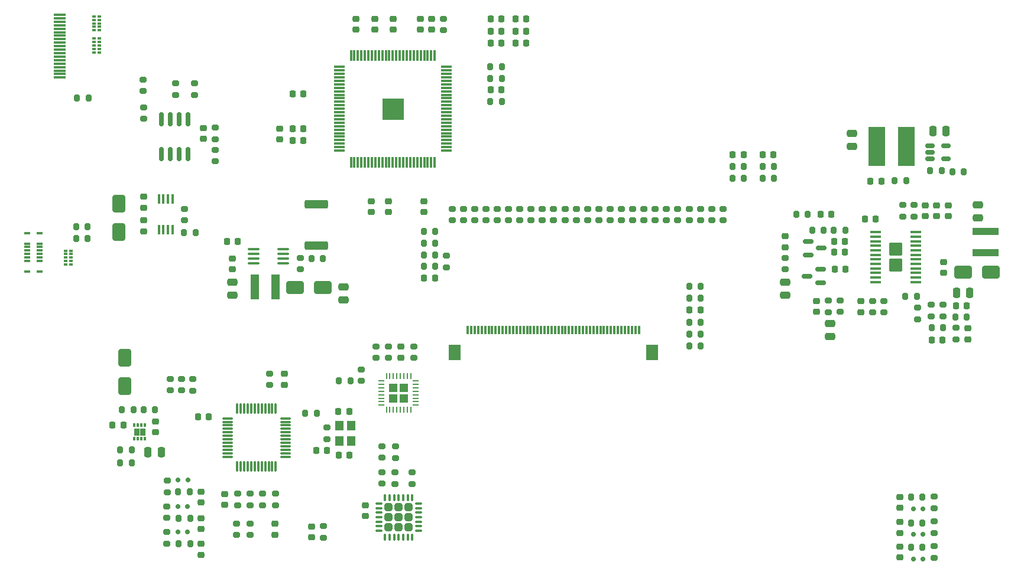
<source format=gbp>
G04 #@! TF.GenerationSoftware,KiCad,Pcbnew,9.0.0*
G04 #@! TF.CreationDate,2025-03-19T22:07:30+07:00*
G04 #@! TF.ProjectId,USB_Screen_V0,5553425f-5363-4726-9565-6e5f56302e6b,rev?*
G04 #@! TF.SameCoordinates,PX3f8d880PY80f7230*
G04 #@! TF.FileFunction,Paste,Bot*
G04 #@! TF.FilePolarity,Positive*
%FSLAX46Y46*%
G04 Gerber Fmt 4.6, Leading zero omitted, Abs format (unit mm)*
G04 Created by KiCad (PCBNEW 9.0.0) date 2025-03-19 22:07:30*
%MOMM*%
%LPD*%
G01*
G04 APERTURE LIST*
G04 Aperture macros list*
%AMRoundRect*
0 Rectangle with rounded corners*
0 $1 Rounding radius*
0 $2 $3 $4 $5 $6 $7 $8 $9 X,Y pos of 4 corners*
0 Add a 4 corners polygon primitive as box body*
4,1,4,$2,$3,$4,$5,$6,$7,$8,$9,$2,$3,0*
0 Add four circle primitives for the rounded corners*
1,1,$1+$1,$2,$3*
1,1,$1+$1,$4,$5*
1,1,$1+$1,$6,$7*
1,1,$1+$1,$8,$9*
0 Add four rect primitives between the rounded corners*
20,1,$1+$1,$2,$3,$4,$5,0*
20,1,$1+$1,$4,$5,$6,$7,0*
20,1,$1+$1,$6,$7,$8,$9,0*
20,1,$1+$1,$8,$9,$2,$3,0*%
G04 Aperture macros list end*
%ADD10C,0.010000*%
%ADD11RoundRect,0.200000X-0.275000X0.200000X-0.275000X-0.200000X0.275000X-0.200000X0.275000X0.200000X0*%
%ADD12RoundRect,0.218750X0.218750X0.256250X-0.218750X0.256250X-0.218750X-0.256250X0.218750X-0.256250X0*%
%ADD13RoundRect,0.225000X-0.225000X-0.250000X0.225000X-0.250000X0.225000X0.250000X-0.225000X0.250000X0*%
%ADD14RoundRect,0.200000X-0.200000X-0.275000X0.200000X-0.275000X0.200000X0.275000X-0.200000X0.275000X0*%
%ADD15RoundRect,0.225000X0.250000X-0.225000X0.250000X0.225000X-0.250000X0.225000X-0.250000X-0.225000X0*%
%ADD16RoundRect,0.225000X0.225000X0.250000X-0.225000X0.250000X-0.225000X-0.250000X0.225000X-0.250000X0*%
%ADD17R,1.800000X0.298000*%
%ADD18RoundRect,0.200000X0.275000X-0.200000X0.275000X0.200000X-0.275000X0.200000X-0.275000X-0.200000X0*%
%ADD19RoundRect,0.225000X-0.250000X0.225000X-0.250000X-0.225000X0.250000X-0.225000X0.250000X0.225000X0*%
%ADD20RoundRect,0.075000X-0.200000X0.075000X-0.200000X-0.075000X0.200000X-0.075000X0.200000X0.075000X0*%
%ADD21RoundRect,0.200000X0.200000X0.275000X-0.200000X0.275000X-0.200000X-0.275000X0.200000X-0.275000X0*%
%ADD22RoundRect,0.250000X-0.475000X0.250000X-0.475000X-0.250000X0.475000X-0.250000X0.475000X0.250000X0*%
%ADD23RoundRect,0.250000X1.000000X0.650000X-1.000000X0.650000X-1.000000X-0.650000X1.000000X-0.650000X0*%
%ADD24RoundRect,0.150000X-0.150000X-0.200000X0.150000X-0.200000X0.150000X0.200000X-0.150000X0.200000X0*%
%ADD25R,0.450000X1.450000*%
%ADD26RoundRect,0.250000X0.715000X0.695000X-0.715000X0.695000X-0.715000X-0.695000X0.715000X-0.695000X0*%
%ADD27RoundRect,0.100000X0.687500X0.100000X-0.687500X0.100000X-0.687500X-0.100000X0.687500X-0.100000X0*%
%ADD28RoundRect,0.250000X0.650000X-1.000000X0.650000X1.000000X-0.650000X1.000000X-0.650000X-1.000000X0*%
%ADD29R,0.870000X0.300000*%
%ADD30RoundRect,0.250000X-0.650000X1.000000X-0.650000X-1.000000X0.650000X-1.000000X0.650000X1.000000X0*%
%ADD31RoundRect,0.218750X-0.218750X-0.256250X0.218750X-0.256250X0.218750X0.256250X-0.218750X0.256250X0*%
%ADD32RoundRect,0.250000X0.475000X-0.250000X0.475000X0.250000X-0.475000X0.250000X-0.475000X-0.250000X0*%
%ADD33RoundRect,0.250000X-1.425000X0.362500X-1.425000X-0.362500X1.425000X-0.362500X1.425000X0.362500X0*%
%ADD34RoundRect,0.100000X-0.712500X-0.100000X0.712500X-0.100000X0.712500X0.100000X-0.712500X0.100000X0*%
%ADD35R,0.300000X1.300000*%
%ADD36R,1.800000X2.200000*%
%ADD37R,2.400000X5.700000*%
%ADD38RoundRect,0.150000X0.150000X0.200000X-0.150000X0.200000X-0.150000X-0.200000X0.150000X-0.200000X0*%
%ADD39RoundRect,0.150000X-0.512500X-0.150000X0.512500X-0.150000X0.512500X0.150000X-0.512500X0.150000X0*%
%ADD40RoundRect,0.250000X-1.000000X-0.650000X1.000000X-0.650000X1.000000X0.650000X-1.000000X0.650000X0*%
%ADD41R,3.700000X1.100000*%
%ADD42R,1.200000X1.400000*%
%ADD43RoundRect,0.250000X-0.320000X-0.320000X0.320000X-0.320000X0.320000X0.320000X-0.320000X0.320000X0*%
%ADD44RoundRect,0.075000X-0.437500X-0.075000X0.437500X-0.075000X0.437500X0.075000X-0.437500X0.075000X0*%
%ADD45RoundRect,0.075000X-0.075000X-0.437500X0.075000X-0.437500X0.075000X0.437500X-0.075000X0.437500X0*%
%ADD46RoundRect,0.218750X0.256250X-0.218750X0.256250X0.218750X-0.256250X0.218750X-0.256250X-0.218750X0*%
%ADD47RoundRect,0.031250X-0.093750X0.218750X-0.093750X-0.218750X0.093750X-0.218750X0.093750X0.218750X0*%
%ADD48RoundRect,0.150000X0.587500X0.150000X-0.587500X0.150000X-0.587500X-0.150000X0.587500X-0.150000X0*%
%ADD49RoundRect,0.250000X-0.250000X-0.475000X0.250000X-0.475000X0.250000X0.475000X-0.250000X0.475000X0*%
%ADD50RoundRect,0.150000X0.150000X-0.825000X0.150000X0.825000X-0.150000X0.825000X-0.150000X-0.825000X0*%
%ADD51RoundRect,0.150000X-0.587500X-0.150000X0.587500X-0.150000X0.587500X0.150000X-0.587500X0.150000X0*%
%ADD52RoundRect,0.250000X0.375000X0.375000X-0.375000X0.375000X-0.375000X-0.375000X0.375000X-0.375000X0*%
%ADD53RoundRect,0.062500X0.375000X0.062500X-0.375000X0.062500X-0.375000X-0.062500X0.375000X-0.062500X0*%
%ADD54RoundRect,0.062500X0.062500X0.375000X-0.062500X0.375000X-0.062500X-0.375000X0.062500X-0.375000X0*%
%ADD55R,1.150000X3.600000*%
%ADD56RoundRect,0.075000X0.662500X0.075000X-0.662500X0.075000X-0.662500X-0.075000X0.662500X-0.075000X0*%
%ADD57RoundRect,0.075000X0.075000X0.662500X-0.075000X0.662500X-0.075000X-0.662500X0.075000X-0.662500X0*%
%ADD58RoundRect,0.250000X0.250000X0.475000X-0.250000X0.475000X-0.250000X-0.475000X0.250000X-0.475000X0*%
%ADD59R,1.600000X0.300000*%
%ADD60R,0.300000X1.600000*%
G04 APERTURE END LIST*
D10*
X19708000Y41309000D02*
X19710000Y41309000D01*
X19713000Y41308000D01*
X19715000Y41308000D01*
X19718000Y41307000D01*
X19720000Y41306000D01*
X19723000Y41305000D01*
X19725000Y41303000D01*
X19727000Y41302000D01*
X19729000Y41300000D01*
X19731000Y41299000D01*
X19733000Y41297000D01*
X19735000Y41295000D01*
X19737000Y41293000D01*
X19739000Y41291000D01*
X19740000Y41289000D01*
X19742000Y41287000D01*
X19743000Y41285000D01*
X19745000Y41283000D01*
X19746000Y41280000D01*
X19747000Y41278000D01*
X19748000Y41275000D01*
X19748000Y41273000D01*
X19749000Y41270000D01*
X19749000Y41268000D01*
X19750000Y41265000D01*
X19750000Y41263000D01*
X19750000Y41260000D01*
X19750000Y40460000D01*
X19750000Y40457000D01*
X19750000Y40455000D01*
X19749000Y40452000D01*
X19749000Y40450000D01*
X19748000Y40447000D01*
X19748000Y40445000D01*
X19747000Y40442000D01*
X19746000Y40440000D01*
X19745000Y40437000D01*
X19743000Y40435000D01*
X19742000Y40433000D01*
X19740000Y40431000D01*
X19739000Y40429000D01*
X19737000Y40427000D01*
X19735000Y40425000D01*
X19733000Y40423000D01*
X19731000Y40421000D01*
X19729000Y40420000D01*
X19727000Y40418000D01*
X19725000Y40417000D01*
X19723000Y40415000D01*
X19720000Y40414000D01*
X19718000Y40413000D01*
X19715000Y40412000D01*
X19713000Y40412000D01*
X19710000Y40411000D01*
X19708000Y40411000D01*
X19705000Y40410000D01*
X19703000Y40410000D01*
X19700000Y40410000D01*
X19100000Y40410000D01*
X19097000Y40410000D01*
X19095000Y40410000D01*
X19092000Y40411000D01*
X19090000Y40411000D01*
X19087000Y40412000D01*
X19085000Y40412000D01*
X19082000Y40413000D01*
X19080000Y40414000D01*
X19077000Y40415000D01*
X19075000Y40417000D01*
X19073000Y40418000D01*
X19071000Y40420000D01*
X19069000Y40421000D01*
X19067000Y40423000D01*
X19065000Y40425000D01*
X19063000Y40427000D01*
X19061000Y40429000D01*
X19060000Y40431000D01*
X19058000Y40433000D01*
X19057000Y40435000D01*
X19055000Y40437000D01*
X19054000Y40440000D01*
X19053000Y40442000D01*
X19052000Y40445000D01*
X19052000Y40447000D01*
X19051000Y40450000D01*
X19051000Y40452000D01*
X19050000Y40455000D01*
X19050000Y40457000D01*
X19050000Y40460000D01*
X19050000Y41260000D01*
X19050000Y41263000D01*
X19050000Y41265000D01*
X19051000Y41268000D01*
X19051000Y41270000D01*
X19052000Y41273000D01*
X19052000Y41275000D01*
X19053000Y41278000D01*
X19054000Y41280000D01*
X19055000Y41283000D01*
X19057000Y41285000D01*
X19058000Y41287000D01*
X19060000Y41289000D01*
X19061000Y41291000D01*
X19063000Y41293000D01*
X19065000Y41295000D01*
X19067000Y41297000D01*
X19069000Y41299000D01*
X19071000Y41300000D01*
X19073000Y41302000D01*
X19075000Y41303000D01*
X19077000Y41305000D01*
X19080000Y41306000D01*
X19082000Y41307000D01*
X19085000Y41308000D01*
X19087000Y41308000D01*
X19090000Y41309000D01*
X19092000Y41309000D01*
X19095000Y41310000D01*
X19097000Y41310000D01*
X19100000Y41310000D01*
X19700000Y41310000D01*
X19703000Y41310000D01*
X19705000Y41310000D01*
X19708000Y41309000D01*
G36*
X19708000Y41309000D02*
G01*
X19710000Y41309000D01*
X19713000Y41308000D01*
X19715000Y41308000D01*
X19718000Y41307000D01*
X19720000Y41306000D01*
X19723000Y41305000D01*
X19725000Y41303000D01*
X19727000Y41302000D01*
X19729000Y41300000D01*
X19731000Y41299000D01*
X19733000Y41297000D01*
X19735000Y41295000D01*
X19737000Y41293000D01*
X19739000Y41291000D01*
X19740000Y41289000D01*
X19742000Y41287000D01*
X19743000Y41285000D01*
X19745000Y41283000D01*
X19746000Y41280000D01*
X19747000Y41278000D01*
X19748000Y41275000D01*
X19748000Y41273000D01*
X19749000Y41270000D01*
X19749000Y41268000D01*
X19750000Y41265000D01*
X19750000Y41263000D01*
X19750000Y41260000D01*
X19750000Y40460000D01*
X19750000Y40457000D01*
X19750000Y40455000D01*
X19749000Y40452000D01*
X19749000Y40450000D01*
X19748000Y40447000D01*
X19748000Y40445000D01*
X19747000Y40442000D01*
X19746000Y40440000D01*
X19745000Y40437000D01*
X19743000Y40435000D01*
X19742000Y40433000D01*
X19740000Y40431000D01*
X19739000Y40429000D01*
X19737000Y40427000D01*
X19735000Y40425000D01*
X19733000Y40423000D01*
X19731000Y40421000D01*
X19729000Y40420000D01*
X19727000Y40418000D01*
X19725000Y40417000D01*
X19723000Y40415000D01*
X19720000Y40414000D01*
X19718000Y40413000D01*
X19715000Y40412000D01*
X19713000Y40412000D01*
X19710000Y40411000D01*
X19708000Y40411000D01*
X19705000Y40410000D01*
X19703000Y40410000D01*
X19700000Y40410000D01*
X19100000Y40410000D01*
X19097000Y40410000D01*
X19095000Y40410000D01*
X19092000Y40411000D01*
X19090000Y40411000D01*
X19087000Y40412000D01*
X19085000Y40412000D01*
X19082000Y40413000D01*
X19080000Y40414000D01*
X19077000Y40415000D01*
X19075000Y40417000D01*
X19073000Y40418000D01*
X19071000Y40420000D01*
X19069000Y40421000D01*
X19067000Y40423000D01*
X19065000Y40425000D01*
X19063000Y40427000D01*
X19061000Y40429000D01*
X19060000Y40431000D01*
X19058000Y40433000D01*
X19057000Y40435000D01*
X19055000Y40437000D01*
X19054000Y40440000D01*
X19053000Y40442000D01*
X19052000Y40445000D01*
X19052000Y40447000D01*
X19051000Y40450000D01*
X19051000Y40452000D01*
X19050000Y40455000D01*
X19050000Y40457000D01*
X19050000Y40460000D01*
X19050000Y41260000D01*
X19050000Y41263000D01*
X19050000Y41265000D01*
X19051000Y41268000D01*
X19051000Y41270000D01*
X19052000Y41273000D01*
X19052000Y41275000D01*
X19053000Y41278000D01*
X19054000Y41280000D01*
X19055000Y41283000D01*
X19057000Y41285000D01*
X19058000Y41287000D01*
X19060000Y41289000D01*
X19061000Y41291000D01*
X19063000Y41293000D01*
X19065000Y41295000D01*
X19067000Y41297000D01*
X19069000Y41299000D01*
X19071000Y41300000D01*
X19073000Y41302000D01*
X19075000Y41303000D01*
X19077000Y41305000D01*
X19080000Y41306000D01*
X19082000Y41307000D01*
X19085000Y41308000D01*
X19087000Y41308000D01*
X19090000Y41309000D01*
X19092000Y41309000D01*
X19095000Y41310000D01*
X19097000Y41310000D01*
X19100000Y41310000D01*
X19700000Y41310000D01*
X19703000Y41310000D01*
X19705000Y41310000D01*
X19708000Y41309000D01*
G37*
X20608000Y41309000D02*
X20610000Y41309000D01*
X20613000Y41308000D01*
X20615000Y41308000D01*
X20618000Y41307000D01*
X20620000Y41306000D01*
X20623000Y41305000D01*
X20625000Y41303000D01*
X20627000Y41302000D01*
X20629000Y41300000D01*
X20631000Y41299000D01*
X20633000Y41297000D01*
X20635000Y41295000D01*
X20637000Y41293000D01*
X20639000Y41291000D01*
X20640000Y41289000D01*
X20642000Y41287000D01*
X20643000Y41285000D01*
X20645000Y41283000D01*
X20646000Y41280000D01*
X20647000Y41278000D01*
X20648000Y41275000D01*
X20648000Y41273000D01*
X20649000Y41270000D01*
X20649000Y41268000D01*
X20650000Y41265000D01*
X20650000Y41263000D01*
X20650000Y41260000D01*
X20650000Y40460000D01*
X20650000Y40457000D01*
X20650000Y40455000D01*
X20649000Y40452000D01*
X20649000Y40450000D01*
X20648000Y40447000D01*
X20648000Y40445000D01*
X20647000Y40442000D01*
X20646000Y40440000D01*
X20645000Y40437000D01*
X20643000Y40435000D01*
X20642000Y40433000D01*
X20640000Y40431000D01*
X20639000Y40429000D01*
X20637000Y40427000D01*
X20635000Y40425000D01*
X20633000Y40423000D01*
X20631000Y40421000D01*
X20629000Y40420000D01*
X20627000Y40418000D01*
X20625000Y40417000D01*
X20623000Y40415000D01*
X20620000Y40414000D01*
X20618000Y40413000D01*
X20615000Y40412000D01*
X20613000Y40412000D01*
X20610000Y40411000D01*
X20608000Y40411000D01*
X20605000Y40410000D01*
X20603000Y40410000D01*
X20600000Y40410000D01*
X20000000Y40410000D01*
X19997000Y40410000D01*
X19995000Y40410000D01*
X19992000Y40411000D01*
X19990000Y40411000D01*
X19987000Y40412000D01*
X19985000Y40412000D01*
X19982000Y40413000D01*
X19980000Y40414000D01*
X19977000Y40415000D01*
X19975000Y40417000D01*
X19973000Y40418000D01*
X19971000Y40420000D01*
X19969000Y40421000D01*
X19967000Y40423000D01*
X19965000Y40425000D01*
X19963000Y40427000D01*
X19961000Y40429000D01*
X19960000Y40431000D01*
X19958000Y40433000D01*
X19957000Y40435000D01*
X19955000Y40437000D01*
X19954000Y40440000D01*
X19953000Y40442000D01*
X19952000Y40445000D01*
X19952000Y40447000D01*
X19951000Y40450000D01*
X19951000Y40452000D01*
X19950000Y40455000D01*
X19950000Y40457000D01*
X19950000Y40460000D01*
X19950000Y41260000D01*
X19950000Y41263000D01*
X19950000Y41265000D01*
X19951000Y41268000D01*
X19951000Y41270000D01*
X19952000Y41273000D01*
X19952000Y41275000D01*
X19953000Y41278000D01*
X19954000Y41280000D01*
X19955000Y41283000D01*
X19957000Y41285000D01*
X19958000Y41287000D01*
X19960000Y41289000D01*
X19961000Y41291000D01*
X19963000Y41293000D01*
X19965000Y41295000D01*
X19967000Y41297000D01*
X19969000Y41299000D01*
X19971000Y41300000D01*
X19973000Y41302000D01*
X19975000Y41303000D01*
X19977000Y41305000D01*
X19980000Y41306000D01*
X19982000Y41307000D01*
X19985000Y41308000D01*
X19987000Y41308000D01*
X19990000Y41309000D01*
X19992000Y41309000D01*
X19995000Y41310000D01*
X19997000Y41310000D01*
X20000000Y41310000D01*
X20600000Y41310000D01*
X20603000Y41310000D01*
X20605000Y41310000D01*
X20608000Y41309000D01*
G36*
X20608000Y41309000D02*
G01*
X20610000Y41309000D01*
X20613000Y41308000D01*
X20615000Y41308000D01*
X20618000Y41307000D01*
X20620000Y41306000D01*
X20623000Y41305000D01*
X20625000Y41303000D01*
X20627000Y41302000D01*
X20629000Y41300000D01*
X20631000Y41299000D01*
X20633000Y41297000D01*
X20635000Y41295000D01*
X20637000Y41293000D01*
X20639000Y41291000D01*
X20640000Y41289000D01*
X20642000Y41287000D01*
X20643000Y41285000D01*
X20645000Y41283000D01*
X20646000Y41280000D01*
X20647000Y41278000D01*
X20648000Y41275000D01*
X20648000Y41273000D01*
X20649000Y41270000D01*
X20649000Y41268000D01*
X20650000Y41265000D01*
X20650000Y41263000D01*
X20650000Y41260000D01*
X20650000Y40460000D01*
X20650000Y40457000D01*
X20650000Y40455000D01*
X20649000Y40452000D01*
X20649000Y40450000D01*
X20648000Y40447000D01*
X20648000Y40445000D01*
X20647000Y40442000D01*
X20646000Y40440000D01*
X20645000Y40437000D01*
X20643000Y40435000D01*
X20642000Y40433000D01*
X20640000Y40431000D01*
X20639000Y40429000D01*
X20637000Y40427000D01*
X20635000Y40425000D01*
X20633000Y40423000D01*
X20631000Y40421000D01*
X20629000Y40420000D01*
X20627000Y40418000D01*
X20625000Y40417000D01*
X20623000Y40415000D01*
X20620000Y40414000D01*
X20618000Y40413000D01*
X20615000Y40412000D01*
X20613000Y40412000D01*
X20610000Y40411000D01*
X20608000Y40411000D01*
X20605000Y40410000D01*
X20603000Y40410000D01*
X20600000Y40410000D01*
X20000000Y40410000D01*
X19997000Y40410000D01*
X19995000Y40410000D01*
X19992000Y40411000D01*
X19990000Y40411000D01*
X19987000Y40412000D01*
X19985000Y40412000D01*
X19982000Y40413000D01*
X19980000Y40414000D01*
X19977000Y40415000D01*
X19975000Y40417000D01*
X19973000Y40418000D01*
X19971000Y40420000D01*
X19969000Y40421000D01*
X19967000Y40423000D01*
X19965000Y40425000D01*
X19963000Y40427000D01*
X19961000Y40429000D01*
X19960000Y40431000D01*
X19958000Y40433000D01*
X19957000Y40435000D01*
X19955000Y40437000D01*
X19954000Y40440000D01*
X19953000Y40442000D01*
X19952000Y40445000D01*
X19952000Y40447000D01*
X19951000Y40450000D01*
X19951000Y40452000D01*
X19950000Y40455000D01*
X19950000Y40457000D01*
X19950000Y40460000D01*
X19950000Y41260000D01*
X19950000Y41263000D01*
X19950000Y41265000D01*
X19951000Y41268000D01*
X19951000Y41270000D01*
X19952000Y41273000D01*
X19952000Y41275000D01*
X19953000Y41278000D01*
X19954000Y41280000D01*
X19955000Y41283000D01*
X19957000Y41285000D01*
X19958000Y41287000D01*
X19960000Y41289000D01*
X19961000Y41291000D01*
X19963000Y41293000D01*
X19965000Y41295000D01*
X19967000Y41297000D01*
X19969000Y41299000D01*
X19971000Y41300000D01*
X19973000Y41302000D01*
X19975000Y41303000D01*
X19977000Y41305000D01*
X19980000Y41306000D01*
X19982000Y41307000D01*
X19985000Y41308000D01*
X19987000Y41308000D01*
X19990000Y41309000D01*
X19992000Y41309000D01*
X19995000Y41310000D01*
X19997000Y41310000D01*
X20000000Y41310000D01*
X20600000Y41310000D01*
X20603000Y41310000D01*
X20605000Y41310000D01*
X20608000Y41309000D01*
G37*
X57611670Y85718330D02*
X54630000Y85718330D01*
X54630000Y88700000D01*
X57611670Y88700000D01*
X57611670Y85718330D01*
G36*
X57611670Y85718330D02*
G01*
X54630000Y85718330D01*
X54630000Y88700000D01*
X57611670Y88700000D01*
X57611670Y85718330D01*
G37*
D11*
X96933320Y72835000D03*
X96933320Y71185000D03*
D12*
X71687500Y100060000D03*
X70112500Y100060000D03*
D13*
X45125000Y38210000D03*
X46675000Y38210000D03*
D14*
X70075000Y91560000D03*
X71725000Y91560000D03*
D15*
X128720000Y22880000D03*
X128720000Y24430000D03*
D14*
X113912500Y72072500D03*
X115562500Y72072500D03*
D16*
X49875000Y43760000D03*
X48325000Y43760000D03*
D14*
X26225000Y69460000D03*
X27875000Y69460000D03*
D11*
X74299996Y72835000D03*
X74299996Y71185000D03*
X120150000Y59735000D03*
X120150000Y58085000D03*
X133660000Y31590000D03*
X133660000Y29940000D03*
D14*
X130315000Y31555000D03*
X131965000Y31555000D03*
D17*
X8437500Y100687500D03*
X8437500Y100187500D03*
X8437500Y99687500D03*
X8437500Y99187500D03*
X8437500Y98687500D03*
X8437500Y98187500D03*
X8437500Y97687500D03*
X8437500Y97187500D03*
X8437500Y96687500D03*
X8437500Y96187500D03*
X8437500Y95687500D03*
X8437500Y95187500D03*
X8437500Y94687500D03*
X8437500Y94187500D03*
X8437500Y93687500D03*
X8437500Y93187500D03*
X8437500Y92687500D03*
X8437500Y92187500D03*
X8437500Y91687500D03*
D18*
X35650000Y26085000D03*
X35650000Y27735000D03*
D19*
X28670000Y28470000D03*
X28670000Y26920000D03*
D15*
X135650000Y71810000D03*
X135650000Y73360000D03*
D11*
X66216666Y72835000D03*
X66216666Y71185000D03*
D20*
X14100000Y100460000D03*
X14100000Y99960000D03*
X14100000Y99460000D03*
X14100000Y98960000D03*
X14100000Y98460000D03*
X13330000Y98460000D03*
X13330000Y98960000D03*
X13330000Y99460000D03*
X13330000Y99960000D03*
X13330000Y100460000D03*
D21*
X62200000Y64585000D03*
X60550000Y64585000D03*
D14*
X10775000Y68560000D03*
X12425000Y68560000D03*
D22*
X118700000Y56410000D03*
X118700000Y54510000D03*
X49100000Y61660000D03*
X49100000Y59760000D03*
D23*
X46100000Y61560000D03*
X42100000Y61560000D03*
D15*
X39950000Y82785000D03*
X39950000Y84335000D03*
D11*
X82383326Y72835000D03*
X82383326Y71185000D03*
D18*
X58850000Y33385000D03*
X58850000Y35035000D03*
D14*
X48400000Y48210000D03*
X50050000Y48210000D03*
D11*
X71066664Y72835000D03*
X71066664Y71185000D03*
D19*
X60600000Y73935000D03*
X60600000Y72385000D03*
D11*
X46660000Y41475000D03*
X46660000Y39825000D03*
D15*
X128720000Y26380000D03*
X128720000Y27930000D03*
X138450000Y54160000D03*
X138450000Y55710000D03*
D11*
X69449998Y72835000D03*
X69449998Y71185000D03*
X80766660Y72835000D03*
X80766660Y71185000D03*
X87233324Y72835000D03*
X87233324Y71185000D03*
D14*
X130315000Y27805000D03*
X131965000Y27805000D03*
D11*
X118450000Y59710000D03*
X118450000Y58060000D03*
D24*
X26720000Y26495000D03*
X25320000Y26495000D03*
D11*
X53700000Y53135000D03*
X53700000Y51485000D03*
D14*
X98575000Y54895000D03*
X100225000Y54895000D03*
X20425000Y44075000D03*
X22075000Y44075000D03*
D21*
X100225000Y60025000D03*
X98575000Y60025000D03*
D25*
X22625000Y74310000D03*
X23275000Y74310000D03*
X23925000Y74310000D03*
X24575000Y74310000D03*
X24575000Y69910000D03*
X23925000Y69910000D03*
X23275000Y69910000D03*
X22625000Y69910000D03*
D18*
X124800000Y57985000D03*
X124800000Y59635000D03*
X112312500Y64197500D03*
X112312500Y65847500D03*
D26*
X128137500Y64765000D03*
X128137500Y67105000D03*
D27*
X131000000Y69510000D03*
X131000000Y68860000D03*
X131000000Y68210000D03*
X131000000Y67560000D03*
X131000000Y66910000D03*
X131000000Y66260000D03*
X131000000Y65610000D03*
X131000000Y64960000D03*
X131000000Y64310000D03*
X131000000Y63660000D03*
X131000000Y63010000D03*
X131000000Y62360000D03*
X125275000Y62360000D03*
X125275000Y63010000D03*
X125275000Y63660000D03*
X125275000Y64310000D03*
X125275000Y64960000D03*
X125275000Y65610000D03*
X125275000Y66260000D03*
X125275000Y66910000D03*
X125275000Y67560000D03*
X125275000Y68210000D03*
X125275000Y68860000D03*
X125275000Y69510000D03*
D11*
X54600000Y35085000D03*
X54600000Y33435000D03*
D16*
X125275000Y71410000D03*
X123725000Y71410000D03*
D21*
X27020000Y32245000D03*
X25370000Y32245000D03*
D28*
X16850000Y69560000D03*
X16850000Y73560000D03*
D29*
X3795000Y69380000D03*
X3795000Y67880000D03*
X3795000Y67380000D03*
X3795000Y66880000D03*
X3795000Y66380000D03*
X3795000Y65880000D03*
X3795000Y65380000D03*
X3795000Y63880000D03*
X5525000Y63880000D03*
X5525000Y65380000D03*
X5525000Y65880000D03*
X5525000Y66380000D03*
X5525000Y66880000D03*
X5525000Y67380000D03*
X5525000Y67880000D03*
X5525000Y69380000D03*
D14*
X70075000Y88260000D03*
X71725000Y88260000D03*
D30*
X17700000Y51460000D03*
X17700000Y47460000D03*
D21*
X106400000Y77260000D03*
X104750000Y77260000D03*
D31*
X124512500Y76855000D03*
X126087500Y76855000D03*
D11*
X25000000Y90835000D03*
X25000000Y89185000D03*
D32*
X121900000Y81805000D03*
X121900000Y83705000D03*
D19*
X44500000Y27285000D03*
X44500000Y25735000D03*
D11*
X54600000Y38835000D03*
X54600000Y37185000D03*
X59100000Y53135000D03*
X59100000Y51485000D03*
D14*
X98575000Y61735000D03*
X100225000Y61735000D03*
D33*
X45150000Y73535000D03*
X45150000Y67610000D03*
D16*
X17525000Y41875000D03*
X15975000Y41875000D03*
D19*
X33100000Y65710000D03*
X33100000Y64160000D03*
X20400000Y74585000D03*
X20400000Y73035000D03*
D11*
X27700000Y90835000D03*
X27700000Y89185000D03*
D34*
X36187500Y65085000D03*
X36187500Y65735000D03*
X36187500Y66385000D03*
X36187500Y67035000D03*
X40412500Y67035000D03*
X40412500Y66385000D03*
X40412500Y65735000D03*
X40412500Y65085000D03*
D18*
X130800000Y71760000D03*
X130800000Y73410000D03*
D35*
X66850000Y55510000D03*
X67350000Y55510000D03*
X67850000Y55510000D03*
X68350000Y55510000D03*
X68850000Y55510000D03*
X69350000Y55510000D03*
X69850000Y55510000D03*
X70350000Y55510000D03*
X70850000Y55510000D03*
X71350000Y55510000D03*
X71850000Y55510000D03*
X72350000Y55510000D03*
X72850000Y55510000D03*
X73350000Y55510000D03*
X73850000Y55510000D03*
X74350000Y55510000D03*
X74850000Y55510000D03*
X75350000Y55510000D03*
X75850000Y55510000D03*
X76350000Y55510000D03*
X76850000Y55510000D03*
X77350000Y55510000D03*
X77850000Y55510000D03*
X78350000Y55510000D03*
X78850000Y55510000D03*
X79350000Y55510000D03*
X79850000Y55510000D03*
X80350000Y55510000D03*
X80850000Y55510000D03*
X81350000Y55510000D03*
X81850000Y55510000D03*
X82350000Y55510000D03*
X82850000Y55510000D03*
X83350000Y55510000D03*
X83850000Y55510000D03*
X84350000Y55510000D03*
X84850000Y55510000D03*
X85350000Y55510000D03*
X85850000Y55510000D03*
X86350000Y55510000D03*
X86850000Y55510000D03*
X87350000Y55510000D03*
X87850000Y55510000D03*
X88350000Y55510000D03*
X88850000Y55510000D03*
X89350000Y55510000D03*
X89850000Y55510000D03*
X90350000Y55510000D03*
X90850000Y55510000D03*
X91350000Y55510000D03*
D36*
X93250000Y52260000D03*
X64950000Y52260000D03*
D11*
X93699988Y72835000D03*
X93699988Y71185000D03*
D15*
X61700000Y98535000D03*
X61700000Y100085000D03*
D18*
X27500000Y46785000D03*
X27500000Y48435000D03*
D11*
X67833332Y72835000D03*
X67833332Y71185000D03*
D37*
X129650000Y81805000D03*
X125450000Y81805000D03*
D15*
X60050000Y98535000D03*
X60050000Y100085000D03*
D16*
X43325000Y84360000D03*
X41775000Y84360000D03*
D14*
X17325000Y44075000D03*
X18975000Y44075000D03*
D15*
X116800000Y58085000D03*
X116800000Y59635000D03*
D14*
X116175000Y69760000D03*
X117825000Y69760000D03*
D18*
X23750000Y28540000D03*
X23750000Y30190000D03*
D11*
X98549986Y72835000D03*
X98549986Y71185000D03*
D16*
X120925000Y64210000D03*
X119375000Y64210000D03*
D32*
X33125000Y60460000D03*
X33125000Y62360000D03*
D14*
X109050000Y77260000D03*
X110700000Y77260000D03*
D12*
X71687500Y98335000D03*
X70112500Y98335000D03*
D19*
X29000000Y84435000D03*
X29000000Y82885000D03*
D13*
X119325000Y68210000D03*
X120875000Y68210000D03*
D16*
X49925000Y37560000D03*
X48375000Y37560000D03*
D19*
X32050000Y31935000D03*
X32050000Y30385000D03*
D13*
X70125000Y89910000D03*
X71675000Y89910000D03*
D38*
X130670000Y29855000D03*
X132070000Y29855000D03*
D11*
X133250000Y59085000D03*
X133250000Y57435000D03*
D39*
X133062500Y80005000D03*
X133062500Y80955000D03*
X133062500Y81905000D03*
X135337500Y81905000D03*
X135337500Y80005000D03*
D21*
X110700000Y78960000D03*
X109050000Y78960000D03*
D14*
X119275000Y69760000D03*
X120925000Y69760000D03*
D19*
X53000000Y73935000D03*
X53000000Y72385000D03*
D21*
X46125000Y65710000D03*
X44475000Y65710000D03*
D18*
X20450000Y85785000D03*
X20450000Y87435000D03*
D40*
X137800000Y63810000D03*
X141800000Y63810000D03*
D19*
X55500000Y73935000D03*
X55500000Y72385000D03*
D11*
X103400000Y72835000D03*
X103400000Y71185000D03*
D13*
X109100000Y80660000D03*
X110650000Y80660000D03*
D32*
X139900000Y71560000D03*
X139900000Y73460000D03*
D16*
X120887500Y66622500D03*
X119337500Y66622500D03*
D18*
X35675000Y30335000D03*
X35675000Y31985000D03*
X126450000Y57985000D03*
X126450000Y59635000D03*
D21*
X129625000Y76860000D03*
X127975000Y76860000D03*
D14*
X17075000Y38260000D03*
X18725000Y38260000D03*
D11*
X79149994Y72835000D03*
X79149994Y71185000D03*
D22*
X112300000Y62360000D03*
X112300000Y60460000D03*
D21*
X137875000Y78210000D03*
X136225000Y78210000D03*
D14*
X133275000Y55810000D03*
X134925000Y55810000D03*
D11*
X133650000Y24460000D03*
X133650000Y22810000D03*
D13*
X73675000Y98335000D03*
X75225000Y98335000D03*
D41*
X141000000Y69610000D03*
X141000000Y66610000D03*
D11*
X100166652Y72835000D03*
X100166652Y71185000D03*
D24*
X26720000Y30195000D03*
X25320000Y30195000D03*
D11*
X134950000Y59110000D03*
X134950000Y57460000D03*
D18*
X63350000Y98485000D03*
X63350000Y100135000D03*
D11*
X88849990Y72835000D03*
X88849990Y71185000D03*
D19*
X123150000Y59585000D03*
X123150000Y58035000D03*
D31*
X41762500Y82660000D03*
X43337500Y82660000D03*
D11*
X56450000Y35035000D03*
X56450000Y33385000D03*
D16*
X106350000Y80660000D03*
X104800000Y80660000D03*
D19*
X112312500Y68922500D03*
X112312500Y67372500D03*
D42*
X50150000Y41760000D03*
X50150000Y39560000D03*
X48450000Y39560000D03*
X48450000Y41760000D03*
D43*
X55530000Y30050000D03*
X55530000Y28630000D03*
X55530000Y27210000D03*
X56950000Y30050000D03*
X56950000Y28630000D03*
X56950000Y27210000D03*
X58370000Y30050000D03*
X58370000Y28630000D03*
X58370000Y27210000D03*
D44*
X54112500Y26680000D03*
X54112500Y27330000D03*
X54112500Y27980000D03*
X54112500Y28630000D03*
X54112500Y29280000D03*
X54112500Y29930000D03*
X54112500Y30580000D03*
D45*
X55000000Y31467500D03*
X55650000Y31467500D03*
X56300000Y31467500D03*
X56950000Y31467500D03*
X57600000Y31467500D03*
X58250000Y31467500D03*
X58900000Y31467500D03*
D44*
X59787500Y30580000D03*
X59787500Y29930000D03*
X59787500Y29280000D03*
X59787500Y28630000D03*
X59787500Y27980000D03*
X59787500Y27330000D03*
X59787500Y26680000D03*
D45*
X58900000Y25792500D03*
X58250000Y25792500D03*
X57600000Y25792500D03*
X56950000Y25792500D03*
X56300000Y25792500D03*
X55650000Y25792500D03*
X55000000Y25792500D03*
D18*
X23820000Y32200000D03*
X23820000Y33850000D03*
D11*
X38500000Y49235000D03*
X38500000Y47585000D03*
D15*
X53550000Y98535000D03*
X53550000Y100085000D03*
D14*
X129525000Y60285000D03*
X131175000Y60285000D03*
D16*
X43325000Y89310000D03*
X41775000Y89310000D03*
D15*
X20400000Y69635000D03*
X20400000Y71185000D03*
D13*
X133300000Y54060000D03*
X134850000Y54060000D03*
D18*
X30700000Y82835000D03*
X30700000Y84485000D03*
D15*
X135000000Y63685000D03*
X135000000Y65235000D03*
D19*
X28620000Y32270000D03*
X28620000Y30720000D03*
D11*
X24250000Y48485000D03*
X24250000Y46835000D03*
X95316654Y72835000D03*
X95316654Y71185000D03*
D18*
X33862500Y30335000D03*
X33862500Y31985000D03*
D14*
X43575000Y43510000D03*
X45225000Y43510000D03*
X60550000Y69610000D03*
X62200000Y69610000D03*
D19*
X22150000Y42350000D03*
X22150000Y40800000D03*
D11*
X25850000Y48485000D03*
X25850000Y46835000D03*
D15*
X52177500Y28805000D03*
X52177500Y30355000D03*
D13*
X136775000Y58960000D03*
X138325000Y58960000D03*
D18*
X33750000Y26085000D03*
X33750000Y27735000D03*
D16*
X118912500Y72072500D03*
X117362500Y72072500D03*
D11*
X129175000Y73410000D03*
X129175000Y71760000D03*
D21*
X12550000Y88760000D03*
X10900000Y88760000D03*
D15*
X128720000Y29980000D03*
X128720000Y31530000D03*
D46*
X39250000Y26122500D03*
X39250000Y27697500D03*
D38*
X130670000Y22655000D03*
X132070000Y22655000D03*
D11*
X72683330Y72835000D03*
X72683330Y71185000D03*
D21*
X18725000Y36460000D03*
X17075000Y36460000D03*
D11*
X75916662Y72835000D03*
X75916662Y71185000D03*
D14*
X60550000Y67935000D03*
X62200000Y67935000D03*
D13*
X73675000Y100060000D03*
X75225000Y100060000D03*
D47*
X19100000Y41845000D03*
X19600000Y41845000D03*
X20100000Y41845000D03*
X20600000Y41845000D03*
X20600000Y39875000D03*
X20100000Y39875000D03*
X19600000Y39875000D03*
X19100000Y39875000D03*
D48*
X117350000Y64160000D03*
X117350000Y62260000D03*
X115475000Y63210000D03*
D21*
X134725000Y78305000D03*
X133075000Y78305000D03*
D20*
X10000000Y66860000D03*
X10000000Y66360000D03*
X10000000Y65860000D03*
X10000000Y65360000D03*
X10000000Y64860000D03*
X9230000Y64860000D03*
X9230000Y65360000D03*
X9230000Y65860000D03*
X9230000Y66360000D03*
X9230000Y66860000D03*
D16*
X33925000Y68210000D03*
X32375000Y68210000D03*
D18*
X51637500Y48162500D03*
X51637500Y49812500D03*
D21*
X71725000Y93210000D03*
X70075000Y93210000D03*
D18*
X63750000Y64485000D03*
X63750000Y66135000D03*
D21*
X27095000Y24795000D03*
X25445000Y24795000D03*
D19*
X132400000Y73360000D03*
X132400000Y71810000D03*
D11*
X26300000Y72860000D03*
X26300000Y71210000D03*
X55500000Y53135000D03*
X55500000Y51485000D03*
X39300000Y31985000D03*
X39300000Y30335000D03*
D18*
X30700000Y79685000D03*
X30700000Y81335000D03*
D14*
X60550000Y66260000D03*
X62200000Y66260000D03*
D21*
X100225000Y53185000D03*
X98575000Y53185000D03*
D11*
X133680000Y28010000D03*
X133680000Y26360000D03*
X131250000Y58685000D03*
X131250000Y57035000D03*
X85616658Y72835000D03*
X85616658Y71185000D03*
X101783318Y72835000D03*
X101783318Y71185000D03*
D14*
X104750000Y78960000D03*
X106400000Y78960000D03*
D15*
X56150000Y98535000D03*
X56150000Y100085000D03*
D11*
X56500000Y38785000D03*
X56500000Y37135000D03*
D49*
X136850000Y60810000D03*
X138750000Y60810000D03*
D50*
X26805000Y80735000D03*
X25535000Y80735000D03*
X24265000Y80735000D03*
X22995000Y80735000D03*
X22995000Y85685000D03*
X24265000Y85685000D03*
X25535000Y85685000D03*
X26805000Y85685000D03*
D49*
X21050000Y37960000D03*
X22950000Y37960000D03*
D21*
X27095000Y28495000D03*
X25445000Y28495000D03*
D11*
X46200000Y27335000D03*
X46200000Y25685000D03*
D14*
X130315000Y24355000D03*
X131965000Y24355000D03*
D16*
X29775000Y43060000D03*
X28225000Y43060000D03*
D11*
X90466656Y72835000D03*
X90466656Y71185000D03*
D38*
X130670000Y26155000D03*
X132070000Y26155000D03*
D15*
X134000000Y71810000D03*
X134000000Y73360000D03*
D51*
X115625000Y66260000D03*
X115625000Y68160000D03*
X117500000Y67210000D03*
D15*
X57300000Y51535000D03*
X57300000Y53085000D03*
D20*
X14072500Y97297500D03*
X14072500Y96797500D03*
X14072500Y96297500D03*
X14072500Y95797500D03*
X14072500Y95297500D03*
X13302500Y95297500D03*
X13302500Y95797500D03*
X13302500Y96297500D03*
X13302500Y96797500D03*
X13302500Y97297500D03*
D14*
X98575000Y56605000D03*
X100225000Y56605000D03*
D52*
X57725000Y45672500D03*
X57725000Y47222500D03*
X56175000Y45672500D03*
X56175000Y47222500D03*
D53*
X59387500Y48197500D03*
X59387500Y47697500D03*
X59387500Y47197500D03*
X59387500Y46697500D03*
X59387500Y46197500D03*
X59387500Y45697500D03*
X59387500Y45197500D03*
X59387500Y44697500D03*
D54*
X58700000Y44010000D03*
X58200000Y44010000D03*
X57700000Y44010000D03*
X57200000Y44010000D03*
X56700000Y44010000D03*
X56200000Y44010000D03*
X55700000Y44010000D03*
X55200000Y44010000D03*
D53*
X54512500Y44697500D03*
X54512500Y45197500D03*
X54512500Y45697500D03*
X54512500Y46197500D03*
X54512500Y46697500D03*
X54512500Y47197500D03*
X54512500Y47697500D03*
X54512500Y48197500D03*
D54*
X55200000Y48885000D03*
X55700000Y48885000D03*
X56200000Y48885000D03*
X56700000Y48885000D03*
X57200000Y48885000D03*
X57700000Y48885000D03*
X58200000Y48885000D03*
X58700000Y48885000D03*
D11*
X20350000Y91385000D03*
X20350000Y89735000D03*
D13*
X73675000Y96610000D03*
X75225000Y96610000D03*
D18*
X23750000Y24860000D03*
X23750000Y26510000D03*
D55*
X36375000Y61660000D03*
X39325000Y61660000D03*
D11*
X92083322Y72835000D03*
X92083322Y71185000D03*
X136750000Y55785000D03*
X136750000Y54135000D03*
D15*
X50800000Y98535000D03*
X50800000Y100085000D03*
D11*
X77533328Y72835000D03*
X77533328Y71185000D03*
D15*
X40600000Y47635000D03*
X40600000Y49185000D03*
D16*
X62150000Y62910000D03*
X60600000Y62910000D03*
D11*
X83999992Y72835000D03*
X83999992Y71185000D03*
D14*
X10775000Y70260000D03*
X12425000Y70260000D03*
D18*
X37487500Y30335000D03*
X37487500Y31985000D03*
D11*
X64600000Y72835000D03*
X64600000Y71185000D03*
D19*
X28670000Y24795000D03*
X28670000Y23245000D03*
D14*
X136675000Y57360000D03*
X138325000Y57360000D03*
D12*
X71687500Y96610000D03*
X70112500Y96610000D03*
D56*
X40762500Y42810000D03*
X40762500Y42310000D03*
X40762500Y41810000D03*
X40762500Y41310000D03*
X40762500Y40810000D03*
X40762500Y40310000D03*
X40762500Y39810000D03*
X40762500Y39310000D03*
X40762500Y38810000D03*
X40762500Y38310000D03*
X40762500Y37810000D03*
X40762500Y37310000D03*
D57*
X39350000Y35897500D03*
X38850000Y35897500D03*
X38350000Y35897500D03*
X37850000Y35897500D03*
X37350000Y35897500D03*
X36850000Y35897500D03*
X36350000Y35897500D03*
X35850000Y35897500D03*
X35350000Y35897500D03*
X34850000Y35897500D03*
X34350000Y35897500D03*
X33850000Y35897500D03*
D56*
X32437500Y37310000D03*
X32437500Y37810000D03*
X32437500Y38310000D03*
X32437500Y38810000D03*
X32437500Y39310000D03*
X32437500Y39810000D03*
X32437500Y40310000D03*
X32437500Y40810000D03*
X32437500Y41310000D03*
X32437500Y41810000D03*
X32437500Y42310000D03*
X32437500Y42810000D03*
D57*
X33850000Y44222500D03*
X34350000Y44222500D03*
X34850000Y44222500D03*
X35350000Y44222500D03*
X35850000Y44222500D03*
X36350000Y44222500D03*
X36850000Y44222500D03*
X37350000Y44222500D03*
X37850000Y44222500D03*
X38350000Y44222500D03*
X38850000Y44222500D03*
X39350000Y44222500D03*
D58*
X135370000Y83985000D03*
X133470000Y83985000D03*
D11*
X42880000Y65835000D03*
X42880000Y64185000D03*
D59*
X63800000Y93210000D03*
X63800000Y92710000D03*
X63800000Y92210000D03*
X63800000Y91710000D03*
X63800000Y91210000D03*
X63800000Y90710000D03*
X63800000Y90210000D03*
X63800000Y89710000D03*
X63800000Y89210000D03*
X63800000Y88710000D03*
X63800000Y88210000D03*
X63800000Y87710000D03*
X63800000Y87210000D03*
X63800000Y86710000D03*
X63800000Y86210000D03*
X63800000Y85710000D03*
X63800000Y85210000D03*
X63800000Y84710000D03*
X63800000Y84210000D03*
X63800000Y83710000D03*
X63800000Y83210000D03*
X63800000Y82710000D03*
X63800000Y82210000D03*
X63800000Y81710000D03*
X63800000Y81210000D03*
D60*
X62120000Y79530000D03*
X61620000Y79530000D03*
X61120000Y79530000D03*
X60620000Y79530000D03*
X60120000Y79530000D03*
X59620000Y79530000D03*
X59120000Y79530000D03*
X58620000Y79530000D03*
X58120000Y79530000D03*
X57620000Y79530000D03*
X57120000Y79530000D03*
X56620000Y79530000D03*
X56120000Y79530000D03*
X55620000Y79530000D03*
X55120000Y79530000D03*
X54620000Y79530000D03*
X54120000Y79530000D03*
X53620000Y79530000D03*
X53120000Y79530000D03*
X52620000Y79530000D03*
X52120000Y79530000D03*
X51620000Y79530000D03*
X51120000Y79530000D03*
X50620000Y79530000D03*
X50120000Y79530000D03*
D59*
X48440000Y81210000D03*
X48440000Y81710000D03*
X48440000Y82210000D03*
X48440000Y82710000D03*
X48440000Y83210000D03*
X48440000Y83710000D03*
X48440000Y84210000D03*
X48440000Y84710000D03*
X48440000Y85210000D03*
X48440000Y85710000D03*
X48440000Y86210000D03*
X48440000Y86710000D03*
X48440000Y87210000D03*
X48440000Y87710000D03*
X48440000Y88210000D03*
X48440000Y88710000D03*
X48440000Y89210000D03*
X48440000Y89710000D03*
X48440000Y90210000D03*
X48440000Y90710000D03*
X48440000Y91210000D03*
X48440000Y91710000D03*
X48440000Y92210000D03*
X48440000Y92710000D03*
X48440000Y93210000D03*
D60*
X50120000Y94890000D03*
X50620000Y94890000D03*
X51120000Y94890000D03*
X51620000Y94890000D03*
X52120000Y94890000D03*
X52620000Y94890000D03*
X53120000Y94890000D03*
X53620000Y94890000D03*
X54120000Y94890000D03*
X54620000Y94890000D03*
X55120000Y94890000D03*
X55620000Y94890000D03*
X56120000Y94890000D03*
X56620000Y94890000D03*
X57120000Y94890000D03*
X57620000Y94890000D03*
X58120000Y94890000D03*
X58620000Y94890000D03*
X59120000Y94890000D03*
X59620000Y94890000D03*
X60120000Y94890000D03*
X60620000Y94890000D03*
X61120000Y94890000D03*
X61620000Y94890000D03*
X62120000Y94890000D03*
D13*
X98625000Y58315000D03*
X100175000Y58315000D03*
D24*
X26770000Y33945000D03*
X25370000Y33945000D03*
M02*

</source>
